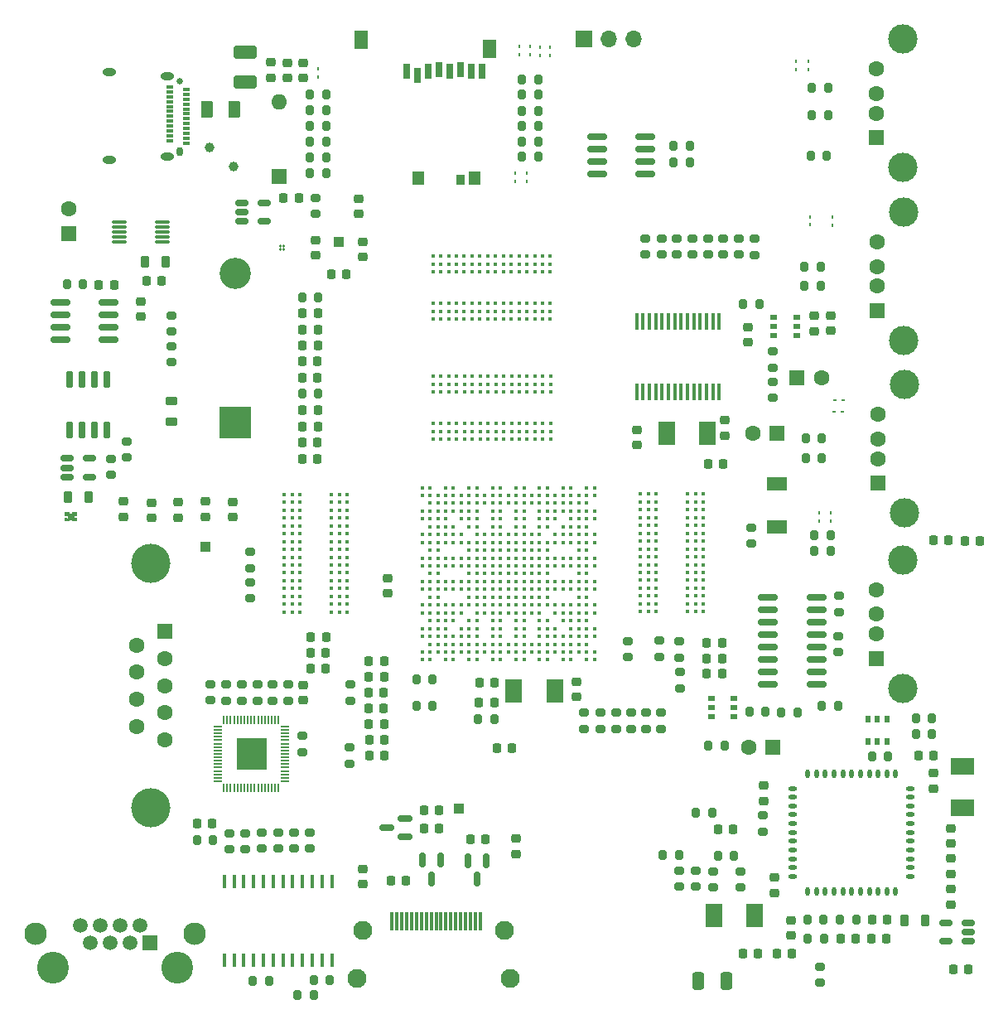
<source format=gts>
%TF.GenerationSoftware,KiCad,Pcbnew,(6.99.0-1585-g9fcc641808)*%
%TF.CreationDate,2022-04-15T11:00:37+08:00*%
%TF.ProjectId,RaspberryPi,52617370-6265-4727-9279-50692e6b6963,rev?*%
%TF.SameCoordinates,Original*%
%TF.FileFunction,Soldermask,Top*%
%TF.FilePolarity,Negative*%
%FSLAX46Y46*%
G04 Gerber Fmt 4.6, Leading zero omitted, Abs format (unit mm)*
G04 Created by KiCad (PCBNEW (6.99.0-1585-g9fcc641808)) date 2022-04-15 11:00:37*
%MOMM*%
%LPD*%
G01*
G04 APERTURE LIST*
G04 Aperture macros list*
%AMRoundRect*
0 Rectangle with rounded corners*
0 $1 Rounding radius*
0 $2 $3 $4 $5 $6 $7 $8 $9 X,Y pos of 4 corners*
0 Add a 4 corners polygon primitive as box body*
4,1,4,$2,$3,$4,$5,$6,$7,$8,$9,$2,$3,0*
0 Add four circle primitives for the rounded corners*
1,1,$1+$1,$2,$3*
1,1,$1+$1,$4,$5*
1,1,$1+$1,$6,$7*
1,1,$1+$1,$8,$9*
0 Add four rect primitives between the rounded corners*
20,1,$1+$1,$2,$3,$4,$5,0*
20,1,$1+$1,$4,$5,$6,$7,0*
20,1,$1+$1,$6,$7,$8,$9,0*
20,1,$1+$1,$8,$9,$2,$3,0*%
G04 Aperture macros list end*
%ADD10C,0.150000*%
%ADD11C,0.010000*%
%ADD12R,1.600000X1.600000*%
%ADD13C,1.600000*%
%ADD14RoundRect,0.200000X0.275000X-0.200000X0.275000X0.200000X-0.275000X0.200000X-0.275000X-0.200000X0*%
%ADD15RoundRect,0.003400X0.416600X0.081600X-0.416600X0.081600X-0.416600X-0.081600X0.416600X-0.081600X0*%
%ADD16RoundRect,0.003400X0.081600X-0.416600X0.081600X0.416600X-0.081600X0.416600X-0.081600X-0.416600X0*%
%ADD17R,3.140000X3.250000*%
%ADD18RoundRect,0.200000X0.200000X0.275000X-0.200000X0.275000X-0.200000X-0.275000X0.200000X-0.275000X0*%
%ADD19R,0.250000X0.360000*%
%ADD20C,0.400000*%
%ADD21RoundRect,0.200000X-0.200000X-0.275000X0.200000X-0.275000X0.200000X0.275000X-0.200000X0.275000X0*%
%ADD22RoundRect,0.225000X-0.225000X-0.250000X0.225000X-0.250000X0.225000X0.250000X-0.225000X0.250000X0*%
%ADD23R,1.800000X2.400000*%
%ADD24RoundRect,0.150000X0.825000X0.150000X-0.825000X0.150000X-0.825000X-0.150000X0.825000X-0.150000X0*%
%ADD25RoundRect,0.150000X-0.825000X-0.150000X0.825000X-0.150000X0.825000X0.150000X-0.825000X0.150000X0*%
%ADD26R,0.700000X0.510000*%
%ADD27R,0.510000X0.700000*%
%ADD28R,0.380000X1.350000*%
%ADD29R,0.450000X1.750000*%
%ADD30R,1.000000X1.000000*%
%ADD31RoundRect,0.200000X-0.275000X0.200000X-0.275000X-0.200000X0.275000X-0.200000X0.275000X0.200000X0*%
%ADD32RoundRect,0.225000X0.250000X-0.225000X0.250000X0.225000X-0.250000X0.225000X-0.250000X-0.225000X0*%
%ADD33RoundRect,0.225000X0.225000X0.250000X-0.225000X0.250000X-0.225000X-0.250000X0.225000X-0.250000X0*%
%ADD34RoundRect,0.225000X-0.250000X0.225000X-0.250000X-0.225000X0.250000X-0.225000X0.250000X0.225000X0*%
%ADD35C,4.000000*%
%ADD36C,3.000000*%
%ADD37R,1.500000X1.600000*%
%ADD38C,3.250000*%
%ADD39R,1.500000X1.500000*%
%ADD40C,1.500000*%
%ADD41C,2.300000*%
%ADD42R,0.800000X1.500000*%
%ADD43R,1.400000X1.900000*%
%ADD44R,1.300000X1.400000*%
%ADD45R,0.950000X1.000000*%
%ADD46R,1.700000X1.700000*%
%ADD47O,1.700000X1.700000*%
%ADD48R,2.100000X1.400000*%
%ADD49R,0.360000X0.250000*%
%ADD50C,1.000000*%
%ADD51RoundRect,0.150000X-0.150000X0.725000X-0.150000X-0.725000X0.150000X-0.725000X0.150000X0.725000X0*%
%ADD52RoundRect,0.250000X0.350000X0.650000X-0.350000X0.650000X-0.350000X-0.650000X0.350000X-0.650000X0*%
%ADD53R,3.200000X3.200000*%
%ADD54O,3.200000X3.200000*%
%ADD55RoundRect,0.150000X-0.512500X-0.150000X0.512500X-0.150000X0.512500X0.150000X-0.512500X0.150000X0*%
%ADD56RoundRect,0.218750X0.218750X0.381250X-0.218750X0.381250X-0.218750X-0.381250X0.218750X-0.381250X0*%
%ADD57O,1.600000X1.600000*%
%ADD58RoundRect,0.150000X-0.150000X0.587500X-0.150000X-0.587500X0.150000X-0.587500X0.150000X0.587500X0*%
%ADD59C,0.650000*%
%ADD60O,0.650000X0.950000*%
%ADD61R,0.700000X0.300000*%
%ADD62O,1.400000X0.800000*%
%ADD63RoundRect,0.075000X-0.650000X-0.075000X0.650000X-0.075000X0.650000X0.075000X-0.650000X0.075000X0*%
%ADD64R,0.300000X1.900000*%
%ADD65C,1.950000*%
%ADD66RoundRect,0.250000X0.925000X-0.412500X0.925000X0.412500X-0.925000X0.412500X-0.925000X-0.412500X0*%
%ADD67RoundRect,0.150000X0.512500X0.150000X-0.512500X0.150000X-0.512500X-0.150000X0.512500X-0.150000X0*%
%ADD68RoundRect,0.250000X-0.375000X-0.625000X0.375000X-0.625000X0.375000X0.625000X-0.375000X0.625000X0*%
%ADD69RoundRect,0.218750X-0.218750X-0.381250X0.218750X-0.381250X0.218750X0.381250X-0.218750X0.381250X0*%
%ADD70RoundRect,0.218750X0.381250X-0.218750X0.381250X0.218750X-0.381250X0.218750X-0.381250X-0.218750X0*%
%ADD71O,0.875000X0.500000*%
%ADD72O,0.500000X0.875000*%
%ADD73RoundRect,0.150000X0.587500X0.150000X-0.587500X0.150000X-0.587500X-0.150000X0.587500X-0.150000X0*%
%ADD74R,2.400000X1.800000*%
G04 APERTURE END LIST*
D10*
%TO.C,U7*%
X108210000Y-72085000D02*
G75*
G03*
X108210000Y-72085000I-75000J0D01*
G01*
X108210000Y-72435000D02*
G75*
G03*
X108210000Y-72435000I-75000J0D01*
G01*
X108560000Y-72085000D02*
G75*
G03*
X108560000Y-72085000I-75000J0D01*
G01*
X108560000Y-72435000D02*
G75*
G03*
X108560000Y-72435000I-75000J0D01*
G01*
%TO.C,U8*%
G36*
X87016072Y-100055000D02*
G01*
X86431800Y-100055000D01*
X86431800Y-99470728D01*
X87016072Y-99470728D01*
X87016072Y-100055000D01*
G37*
D11*
X87016072Y-100055000D02*
X86431800Y-100055000D01*
X86431800Y-99470728D01*
X87016072Y-99470728D01*
X87016072Y-100055000D01*
G36*
X87381800Y-100245000D02*
G01*
X86856800Y-100245000D01*
X86856800Y-100115000D01*
X87101800Y-99865000D01*
X87381800Y-99865000D01*
X87381800Y-100245000D01*
G37*
G36*
X87381800Y-99665000D02*
G01*
X87101800Y-99665000D01*
X86856800Y-99415000D01*
X86856800Y-99285000D01*
X87381800Y-99285000D01*
X87381800Y-99665000D01*
G37*
G36*
X86586800Y-100115000D02*
G01*
X86586800Y-100245000D01*
X86061800Y-100245000D01*
X86061800Y-99865000D01*
X86341800Y-99865000D01*
X86586800Y-100115000D01*
G37*
G36*
X86586800Y-99415000D02*
G01*
X86341800Y-99665000D01*
X86061800Y-99665000D01*
X86061800Y-99285000D01*
X86586800Y-99285000D01*
X86586800Y-99415000D01*
G37*
%TD*%
D12*
%TO.C,C73*%
X158495112Y-123349999D03*
D13*
X155995113Y-123350000D03*
%TD*%
D14*
%TO.C,R70*%
X158510000Y-87605000D03*
X158510000Y-85955000D03*
%TD*%
%TO.C,R71*%
X158521450Y-82868550D03*
X158521450Y-84518550D03*
%TD*%
D12*
%TO.C,C74*%
X160944887Y-85549999D03*
D13*
X163444888Y-85550000D03*
%TD*%
D12*
%TO.C,C51*%
X158939999Y-91209999D03*
D13*
X156440000Y-91210000D03*
%TD*%
D12*
%TO.C,REF\u002A\u002A*%
X86499999Y-70789999D03*
D13*
X86500000Y-68290000D03*
%TD*%
D15*
%TO.C,U20*%
X108595000Y-126790000D03*
X108595000Y-126440000D03*
X108595000Y-126090000D03*
X108595000Y-125740000D03*
X108595000Y-125390000D03*
X108595000Y-125040000D03*
X108595000Y-124690000D03*
X108595000Y-124340000D03*
X108595000Y-123990000D03*
X108595000Y-123640000D03*
X108595000Y-123290000D03*
X108595000Y-122940000D03*
X108595000Y-122590000D03*
X108595000Y-122240000D03*
X108595000Y-121890000D03*
X108595000Y-121540000D03*
X108595000Y-121190000D03*
X101725000Y-121190000D03*
X101725000Y-121540000D03*
X101725000Y-121890000D03*
X101725000Y-122240000D03*
X101725000Y-122590000D03*
X101725000Y-122940000D03*
X101725000Y-123290000D03*
X101725000Y-123640000D03*
X101725000Y-123990000D03*
X101725000Y-124340000D03*
X101725000Y-124690000D03*
X101725000Y-125040000D03*
X101725000Y-125390000D03*
X101725000Y-125740000D03*
X101725000Y-126090000D03*
X101725000Y-126440000D03*
X101725000Y-126790000D03*
D16*
X102360000Y-127425000D03*
X102710000Y-127425000D03*
X103060000Y-127425000D03*
X103410000Y-127425000D03*
X103760000Y-127425000D03*
X104110000Y-127425000D03*
X104460000Y-127425000D03*
X104810000Y-127425000D03*
X105160000Y-127425000D03*
X105510000Y-127425000D03*
X105860000Y-127425000D03*
X106210000Y-127425000D03*
X106560000Y-127425000D03*
X106910000Y-127425000D03*
X107260000Y-127425000D03*
X107610000Y-127425000D03*
X107960000Y-127425000D03*
X107960000Y-120555000D03*
X107610000Y-120555000D03*
X107260000Y-120555000D03*
X106910000Y-120555000D03*
X106560000Y-120555000D03*
X106210000Y-120555000D03*
X105860000Y-120555000D03*
X105510000Y-120555000D03*
X105160000Y-120555000D03*
X104810000Y-120555000D03*
X104460000Y-120555000D03*
X104110000Y-120555000D03*
X103760000Y-120555000D03*
X103410000Y-120555000D03*
X103060000Y-120555000D03*
X102710000Y-120555000D03*
X102360000Y-120555000D03*
D17*
X105219999Y-124024999D03*
%TD*%
D18*
%TO.C,R60*%
X130025000Y-120455000D03*
X128375000Y-120455000D03*
%TD*%
D19*
%TO.C,D14*%
X162099999Y-53222499D03*
X162099999Y-54062499D03*
%TD*%
D20*
%TO.C,U3*%
X144970000Y-97450000D03*
X145770000Y-97450000D03*
X146570000Y-97450000D03*
X149770000Y-97450000D03*
X150570000Y-97450000D03*
X151370000Y-97450000D03*
X144970000Y-98250000D03*
X145770000Y-98250000D03*
X146570000Y-98250000D03*
X149770000Y-98250000D03*
X150570000Y-98250000D03*
X151370000Y-98250000D03*
X144970000Y-99050000D03*
X145770000Y-99050000D03*
X146570000Y-99050000D03*
X149770000Y-99050000D03*
X150570000Y-99050000D03*
X151370000Y-99050000D03*
X144970000Y-99850000D03*
X145770000Y-99850000D03*
X146570000Y-99850000D03*
X149770000Y-99850000D03*
X150570000Y-99850000D03*
X151370000Y-99850000D03*
X144970000Y-100650000D03*
X145770000Y-100650000D03*
X146570000Y-100650000D03*
X149770000Y-100650000D03*
X150570000Y-100650000D03*
X151370000Y-100650000D03*
X144970000Y-101450000D03*
X145770000Y-101450000D03*
X146570000Y-101450000D03*
X149770000Y-101450000D03*
X150570000Y-101450000D03*
X151370000Y-101450000D03*
X144970000Y-102250000D03*
X145770000Y-102250000D03*
X146570000Y-102250000D03*
X149770000Y-102250000D03*
X150570000Y-102250000D03*
X151370000Y-102250000D03*
X144970000Y-103050000D03*
X145770000Y-103050000D03*
X146570000Y-103050000D03*
X149770000Y-103050000D03*
X150570000Y-103050000D03*
X151370000Y-103050000D03*
X144970000Y-103850000D03*
X145770000Y-103850000D03*
X146570000Y-103850000D03*
X149770000Y-103850000D03*
X150570000Y-103850000D03*
X151370000Y-103850000D03*
X144970000Y-104650000D03*
X145770000Y-104650000D03*
X146570000Y-104650000D03*
X149770000Y-104650000D03*
X150570000Y-104650000D03*
X151370000Y-104650000D03*
X144970000Y-105450000D03*
X145770000Y-105450000D03*
X146570000Y-105450000D03*
X149770000Y-105450000D03*
X150570000Y-105450000D03*
X151370000Y-105450000D03*
X144970000Y-106250000D03*
X145770000Y-106250000D03*
X146570000Y-106250000D03*
X149770000Y-106250000D03*
X150570000Y-106250000D03*
X151370000Y-106250000D03*
X144970000Y-107050000D03*
X145770000Y-107050000D03*
X146570000Y-107050000D03*
X149770000Y-107050000D03*
X150570000Y-107050000D03*
X151370000Y-107050000D03*
X144970000Y-107850000D03*
X145770000Y-107850000D03*
X146570000Y-107850000D03*
X149770000Y-107850000D03*
X150570000Y-107850000D03*
X151370000Y-107850000D03*
X144970000Y-108650000D03*
X145770000Y-108650000D03*
X146570000Y-108650000D03*
X149770000Y-108650000D03*
X150570000Y-108650000D03*
X151370000Y-108650000D03*
X144970000Y-109450000D03*
X145770000Y-109450000D03*
X146570000Y-109450000D03*
X149770000Y-109450000D03*
X150570000Y-109450000D03*
X151370000Y-109450000D03*
%TD*%
D21*
%TO.C,R9*%
X111175000Y-56640000D03*
X112825000Y-56640000D03*
%TD*%
%TO.C,R8*%
X111175000Y-58230000D03*
X112825000Y-58230000D03*
%TD*%
%TO.C,R7*%
X111175000Y-59820000D03*
X112825000Y-59820000D03*
%TD*%
%TO.C,R4*%
X111175000Y-63020000D03*
X112825000Y-63020000D03*
%TD*%
%TO.C,R3*%
X111175000Y-64620000D03*
X112825000Y-64620000D03*
%TD*%
%TO.C,R5*%
X111185000Y-61430000D03*
X112835000Y-61430000D03*
%TD*%
D18*
%TO.C,R57*%
X132855000Y-56640000D03*
X134505000Y-56640000D03*
%TD*%
D14*
%TO.C,R13*%
X157490000Y-131925000D03*
X157490000Y-130275000D03*
%TD*%
%TO.C,R15*%
X150620000Y-137575000D03*
X150620000Y-135925000D03*
%TD*%
%TO.C,R16*%
X148900000Y-137575000D03*
X148900000Y-135925000D03*
%TD*%
D18*
%TO.C,R18*%
X152270000Y-129980000D03*
X150620000Y-129980000D03*
%TD*%
%TO.C,R17*%
X148895000Y-134330000D03*
X147245000Y-134330000D03*
%TD*%
D22*
%TO.C,C21*%
X110425000Y-80610000D03*
X111975000Y-80610000D03*
%TD*%
D23*
%TO.C,Y3*%
X151799999Y-91247499D03*
X147599999Y-91247499D03*
%TD*%
D24*
%TO.C,U31*%
X162945000Y-116915000D03*
X162945000Y-115645000D03*
X162945000Y-114375000D03*
X162945000Y-113105000D03*
X162945000Y-111835000D03*
X162945000Y-110565000D03*
X162945000Y-109295000D03*
X162945000Y-108025000D03*
X157995000Y-108025000D03*
X157995000Y-109295000D03*
X157995000Y-110565000D03*
X157995000Y-111835000D03*
X157995000Y-113105000D03*
X157995000Y-114375000D03*
X157995000Y-115645000D03*
X157995000Y-116915000D03*
%TD*%
D25*
%TO.C,U30*%
X145440000Y-60920000D03*
X145440000Y-62190000D03*
X145440000Y-63460000D03*
X145440000Y-64730000D03*
X140490000Y-64730000D03*
X140490000Y-63460000D03*
X140490000Y-62190000D03*
X140490000Y-60920000D03*
%TD*%
D26*
%TO.C,U28*%
X160899999Y-79379999D03*
X160899999Y-80329999D03*
X160899999Y-81279999D03*
X158579999Y-81279999D03*
X158579999Y-80329999D03*
X158579999Y-79379999D03*
%TD*%
D27*
%TO.C,U27*%
X168229999Y-120419999D03*
X169179999Y-120419999D03*
X170129999Y-120419999D03*
X170129999Y-122739999D03*
X169179999Y-122739999D03*
X168229999Y-122739999D03*
%TD*%
D28*
%TO.C,U25*%
X113409999Y-145039999D03*
X112409999Y-145039999D03*
X111409999Y-145039999D03*
X110409999Y-145039999D03*
X109409999Y-145039999D03*
X108409999Y-145039999D03*
X107409999Y-145039999D03*
X106409999Y-145039999D03*
X105409999Y-145039999D03*
X104409999Y-145039999D03*
X103409999Y-145039999D03*
X102409999Y-145039999D03*
X102409999Y-137039999D03*
X103409999Y-137039999D03*
X104409999Y-137039999D03*
X105409999Y-137039999D03*
X106409999Y-137039999D03*
X107409999Y-137039999D03*
X108409999Y-137039999D03*
X109409999Y-137039999D03*
X110409999Y-137039999D03*
X111409999Y-137039999D03*
X112409999Y-137039999D03*
X113409999Y-137039999D03*
%TD*%
D29*
%TO.C,U21*%
X144554999Y-79809999D03*
X145204999Y-79809999D03*
X145854999Y-79809999D03*
X146504999Y-79809999D03*
X147154999Y-79809999D03*
X147804999Y-79809999D03*
X148454999Y-79809999D03*
X149104999Y-79809999D03*
X149754999Y-79809999D03*
X150404999Y-79809999D03*
X151054999Y-79809999D03*
X151704999Y-79809999D03*
X152354999Y-79809999D03*
X153004999Y-79809999D03*
X153004999Y-87009999D03*
X152354999Y-87009999D03*
X151704999Y-87009999D03*
X151054999Y-87009999D03*
X150404999Y-87009999D03*
X149754999Y-87009999D03*
X149104999Y-87009999D03*
X148454999Y-87009999D03*
X147804999Y-87009999D03*
X147154999Y-87009999D03*
X146504999Y-87009999D03*
X145854999Y-87009999D03*
X145204999Y-87009999D03*
X144554999Y-87009999D03*
%TD*%
D30*
%TO.C,TP5*%
X126389999Y-129579999D03*
%TD*%
%TO.C,TP4*%
X114079999Y-71659999D03*
%TD*%
%TO.C,TP2*%
X100499999Y-102869999D03*
%TD*%
D14*
%TO.C,R103*%
X145480000Y-72965000D03*
X145480000Y-71315000D03*
%TD*%
D18*
%TO.C,R102*%
X149995001Y-63559995D03*
X148345000Y-63560000D03*
%TD*%
%TO.C,R101*%
X149999000Y-61880000D03*
X148349000Y-61880000D03*
%TD*%
%TO.C,R100*%
X164375000Y-103250000D03*
X162725000Y-103250000D03*
%TD*%
%TO.C,R99*%
X164115000Y-58720000D03*
X162465000Y-58720000D03*
%TD*%
%TO.C,R98*%
X164385000Y-101660000D03*
X162735000Y-101660000D03*
%TD*%
%TO.C,R97*%
X163385000Y-76170000D03*
X161735000Y-76170000D03*
%TD*%
%TO.C,R96*%
X164115000Y-55950000D03*
X162465000Y-55950000D03*
%TD*%
%TO.C,R95*%
X163375000Y-74170000D03*
X161725000Y-74170000D03*
%TD*%
D21*
%TO.C,R87*%
X155450000Y-77980000D03*
X157100000Y-77980000D03*
%TD*%
%TO.C,R86*%
X168625000Y-124290000D03*
X170275000Y-124290000D03*
%TD*%
D18*
%TO.C,R85*%
X123695000Y-119070000D03*
X122045000Y-119070000D03*
%TD*%
D31*
%TO.C,R84*%
X140890000Y-119775000D03*
X140890000Y-121425000D03*
%TD*%
%TO.C,R83*%
X142440000Y-119790000D03*
X142440000Y-121440000D03*
%TD*%
%TO.C,R82*%
X143970000Y-119790000D03*
X143970000Y-121440000D03*
%TD*%
%TO.C,R81*%
X145540000Y-119780000D03*
X145540000Y-121430000D03*
%TD*%
%TO.C,R80*%
X147080000Y-119780000D03*
X147080000Y-121430000D03*
%TD*%
D14*
%TO.C,R78*%
X115260000Y-118565000D03*
X115260000Y-116915000D03*
%TD*%
D18*
%TO.C,R68*%
X101245000Y-132820000D03*
X99595000Y-132820000D03*
%TD*%
%TO.C,R67*%
X105315000Y-147160000D03*
X106965000Y-147160000D03*
%TD*%
%TO.C,R66*%
X111535000Y-148630000D03*
X109885000Y-148630000D03*
%TD*%
D21*
%TO.C,R65*%
X111545000Y-147090000D03*
X113195000Y-147090000D03*
%TD*%
D22*
%TO.C,R64*%
X122835000Y-129780000D03*
X124385000Y-129780000D03*
%TD*%
D32*
%TO.C,R63*%
X132270000Y-134215000D03*
X132270000Y-132665000D03*
%TD*%
D22*
%TO.C,R62*%
X127545000Y-132730000D03*
X129095000Y-132730000D03*
%TD*%
D18*
%TO.C,R61*%
X153555000Y-123160000D03*
X151905000Y-123160000D03*
%TD*%
%TO.C,R59*%
X134505000Y-59860000D03*
X132855000Y-59860000D03*
%TD*%
%TO.C,R58*%
X134495000Y-58260000D03*
X132845000Y-58260000D03*
%TD*%
%TO.C,R56*%
X134515000Y-62990000D03*
X132865000Y-62990000D03*
%TD*%
%TO.C,R55*%
X134515000Y-55060000D03*
X132865000Y-55060000D03*
%TD*%
%TO.C,R54*%
X163485000Y-93740000D03*
X161835000Y-93740000D03*
%TD*%
%TO.C,R53*%
X163495000Y-91750000D03*
X161845000Y-91750000D03*
%TD*%
%TO.C,R52*%
X132865000Y-61430000D03*
X134515000Y-61430000D03*
%TD*%
D31*
%TO.C,R51*%
X148950000Y-112485000D03*
X148950000Y-114135000D03*
%TD*%
%TO.C,R50*%
X148960000Y-115625000D03*
X148960002Y-117275000D03*
%TD*%
D14*
%TO.C,R49*%
X110430003Y-122165002D03*
X110430000Y-123815000D03*
%TD*%
%TO.C,R48*%
X108940000Y-118545000D03*
X108940000Y-116895000D03*
%TD*%
%TO.C,R47*%
X107370000Y-118545000D03*
X107370000Y-116895000D03*
%TD*%
%TO.C,R46*%
X105790000Y-118545000D03*
X105790000Y-116895000D03*
%TD*%
%TO.C,R45*%
X104200000Y-118555000D03*
X104200000Y-116905000D03*
%TD*%
%TO.C,R44*%
X102590000Y-118555000D03*
X102590000Y-116905000D03*
%TD*%
%TO.C,R43*%
X100980000Y-118525000D03*
X100980000Y-116875000D03*
%TD*%
%TO.C,R42*%
X147100000Y-72965000D03*
X147100000Y-71315000D03*
%TD*%
%TO.C,R41*%
X148680000Y-72965000D03*
X148680000Y-71315000D03*
%TD*%
%TO.C,R40*%
X150270000Y-72955000D03*
X150270000Y-71305000D03*
%TD*%
%TO.C,R39*%
X151840000Y-71315000D03*
X151840000Y-72965000D03*
%TD*%
D31*
%TO.C,R38*%
X153420000Y-71315000D03*
X153420000Y-72965000D03*
%TD*%
%TO.C,R37*%
X155000000Y-71315000D03*
X155000000Y-72965000D03*
%TD*%
%TO.C,R36*%
X111720000Y-67165000D03*
X111720000Y-68815000D03*
%TD*%
D14*
%TO.C,R35*%
X104570000Y-133735000D03*
X104570000Y-132085000D03*
%TD*%
D31*
%TO.C,R34*%
X156590000Y-71345000D03*
X156590000Y-72995000D03*
%TD*%
D14*
%TO.C,R33*%
X111130000Y-133665000D03*
X111130000Y-132015000D03*
%TD*%
%TO.C,R32*%
X109520000Y-133665000D03*
X109520000Y-132015000D03*
%TD*%
%TO.C,R31*%
X107910000Y-133665000D03*
X107910000Y-132015000D03*
%TD*%
%TO.C,R30*%
X102950000Y-133745000D03*
X102950010Y-132095011D03*
%TD*%
%TO.C,R29*%
X106260000Y-133665000D03*
X106260000Y-132015000D03*
%TD*%
D31*
%TO.C,R28*%
X139140000Y-119785000D03*
X139140000Y-121435000D03*
%TD*%
D14*
%TO.C,R27*%
X105060000Y-103375000D03*
X105060000Y-105025000D03*
%TD*%
%TO.C,R26*%
X105060000Y-108105000D03*
X105060000Y-106455000D03*
%TD*%
D22*
%TO.C,R23*%
X153295000Y-114220000D03*
X151745000Y-114220000D03*
%TD*%
D33*
%TO.C,R22*%
X153290000Y-112640000D03*
X151740000Y-112640000D03*
%TD*%
D34*
%TO.C,R14*%
X119130000Y-106055000D03*
X119130000Y-107605000D03*
%TD*%
D14*
%TO.C,R11*%
X146910000Y-112415000D03*
X146909993Y-114064999D03*
%TD*%
D18*
%TO.C,R10*%
X123705000Y-116380000D03*
X122055000Y-116380000D03*
%TD*%
D13*
%TO.C,J9*%
X93460300Y-121175000D03*
X93460300Y-118405000D03*
X93460300Y-115635000D03*
X93460300Y-112865000D03*
X96300300Y-122560000D03*
X96300300Y-119790000D03*
X96300300Y-117020000D03*
X96300300Y-114250000D03*
D12*
X96300299Y-111479999D03*
D35*
X94880300Y-104520000D03*
X94880300Y-129520000D03*
%TD*%
D36*
%TO.C,J7*%
X171770000Y-117290000D03*
X171770000Y-104150000D03*
D13*
X169060000Y-107220000D03*
X169060000Y-109720000D03*
X169060000Y-111720000D03*
D37*
X169059999Y-114219999D03*
%TD*%
%TO.C,J6*%
X169099999Y-61009999D03*
D13*
X169100000Y-58510000D03*
X169100000Y-56510000D03*
X169100000Y-54010000D03*
D36*
X171810000Y-50940000D03*
X171810000Y-64080000D03*
%TD*%
D37*
%TO.C,J5*%
X169119999Y-78699999D03*
D13*
X169120000Y-76200000D03*
X169120000Y-74200000D03*
X169120000Y-71700000D03*
D36*
X171830000Y-68630000D03*
X171830000Y-81770000D03*
%TD*%
D38*
%TO.C,J4*%
X84870000Y-145815000D03*
X97570000Y-145815000D03*
D39*
X94779999Y-143274999D03*
D40*
X93764000Y-141495000D03*
X92748000Y-143275000D03*
X91732000Y-141495000D03*
X90716000Y-143275000D03*
X89700000Y-141495000D03*
X88684000Y-143275000D03*
X87668000Y-141495000D03*
D41*
X83090000Y-142385000D03*
X99350000Y-142385000D03*
%TD*%
D42*
%TO.C,J3*%
X121074999Y-54269999D03*
X122174999Y-54669999D03*
X123274999Y-54269999D03*
X124374999Y-54069999D03*
X125474999Y-54269999D03*
X126574999Y-54069999D03*
X127674999Y-54269999D03*
D43*
X116414999Y-50979999D03*
D44*
X122264999Y-65129999D03*
D45*
X126574999Y-65329999D03*
D44*
X127964999Y-65129999D03*
D43*
X129564999Y-51979999D03*
D42*
X128774999Y-54269999D03*
%TD*%
D36*
%TO.C,J2*%
X171940000Y-99390000D03*
X171940000Y-86250000D03*
D13*
X169230000Y-89320000D03*
X169230000Y-91820000D03*
X169230000Y-93820000D03*
D37*
X169229999Y-96319999D03*
%TD*%
D46*
%TO.C,J1*%
X139134999Y-50914999D03*
D47*
X141674999Y-50914999D03*
X144214999Y-50914999D03*
%TD*%
D19*
%TO.C,D18*%
X163229999Y-99342499D03*
X163229999Y-100182499D03*
%TD*%
%TO.C,D17*%
X160809999Y-53219999D03*
X160809999Y-54059999D03*
%TD*%
%TO.C,D16*%
X162319999Y-69089999D03*
X162319999Y-69929999D03*
%TD*%
%TO.C,D15*%
X164369999Y-99322499D03*
X164369999Y-100162499D03*
%TD*%
%TO.C,D13*%
X164549999Y-69169999D03*
X164549999Y-70009999D03*
%TD*%
D48*
%TO.C,D12*%
X158899999Y-100829999D03*
X158899999Y-96429999D03*
%TD*%
D19*
%TO.C,D11*%
X132109999Y-65477499D03*
X132109999Y-64637499D03*
%TD*%
%TO.C,D10*%
X133659999Y-51729999D03*
X133659999Y-52569999D03*
%TD*%
%TO.C,D9*%
X135699999Y-51759999D03*
X135699999Y-52599999D03*
%TD*%
%TO.C,D8*%
X134679999Y-51742499D03*
X134679999Y-52582499D03*
%TD*%
D49*
%TO.C,D7*%
X165639999Y-87829999D03*
X164799999Y-87829999D03*
%TD*%
D19*
%TO.C,D6*%
X132529999Y-51722499D03*
X132529999Y-52562499D03*
%TD*%
D49*
%TO.C,D5*%
X165619999Y-89039999D03*
X164779999Y-89039999D03*
%TD*%
D19*
%TO.C,D4*%
X133319999Y-65489999D03*
X133319999Y-64649999D03*
%TD*%
%TO.C,D3*%
X112029999Y-54802499D03*
X112029999Y-53962499D03*
%TD*%
D14*
%TO.C,C85*%
X165260000Y-109505000D03*
X165260000Y-107855000D03*
%TD*%
D18*
%TO.C,C84*%
X161005000Y-119740000D03*
X159355000Y-119740000D03*
%TD*%
D14*
%TO.C,C83*%
X165200000Y-113605000D03*
X165200000Y-111955000D03*
%TD*%
D18*
%TO.C,C81*%
X165155000Y-119080000D03*
X163505000Y-119080000D03*
%TD*%
D32*
%TO.C,C72*%
X162710000Y-80775000D03*
X162710000Y-79225000D03*
%TD*%
D18*
%TO.C,C71*%
X174755000Y-120380000D03*
X173105000Y-120380000D03*
%TD*%
D32*
%TO.C,C70*%
X164410000Y-80765000D03*
X164410000Y-79215000D03*
%TD*%
D21*
%TO.C,C69*%
X162360000Y-62880000D03*
X164010000Y-62880000D03*
%TD*%
D14*
%TO.C,C67*%
X115200000Y-124975000D03*
X115200000Y-123325000D03*
%TD*%
D34*
%TO.C,C64*%
X155930000Y-80365000D03*
X155930000Y-81915000D03*
%TD*%
D18*
%TO.C,C63*%
X174770000Y-122000000D03*
X173120000Y-122000000D03*
%TD*%
D22*
%TO.C,C62*%
X110385000Y-92170000D03*
X111935000Y-92170000D03*
%TD*%
D21*
%TO.C,C61*%
X110365000Y-87200000D03*
X112015000Y-87200000D03*
%TD*%
D22*
%TO.C,C60*%
X99645000Y-131100000D03*
X101195000Y-131100000D03*
%TD*%
D14*
%TO.C,C59*%
X156320000Y-102525000D03*
X156320000Y-100875000D03*
%TD*%
D22*
%TO.C,C58*%
X153395000Y-94340000D03*
X151845000Y-94340000D03*
%TD*%
D34*
%TO.C,C57*%
X144610000Y-90875000D03*
X144610000Y-92425000D03*
%TD*%
D22*
%TO.C,C56*%
X178095000Y-102200000D03*
X179645000Y-102200000D03*
%TD*%
D33*
%TO.C,C55*%
X178475000Y-146030000D03*
X176925000Y-146030000D03*
%TD*%
D18*
%TO.C,C54*%
X157735000Y-119700000D03*
X156085000Y-119700000D03*
%TD*%
D22*
%TO.C,C53*%
X174895000Y-102160000D03*
X176445000Y-102160000D03*
%TD*%
D21*
%TO.C,C52*%
X110375000Y-77360000D03*
X112025000Y-77360000D03*
%TD*%
D14*
%TO.C,C50*%
X143630000Y-114095000D03*
X143630000Y-112445000D03*
%TD*%
D22*
%TO.C,C49*%
X117175000Y-119340000D03*
X118725000Y-119340000D03*
%TD*%
%TO.C,C48*%
X117230000Y-124130000D03*
X118780000Y-124130000D03*
%TD*%
D32*
%TO.C,C46*%
X153550000Y-91445000D03*
X153550000Y-89895000D03*
%TD*%
D22*
%TO.C,C45*%
X110415000Y-90540000D03*
X111965000Y-90540000D03*
%TD*%
%TO.C,C44*%
X110401000Y-85570000D03*
X111951000Y-85570000D03*
%TD*%
%TO.C,C43*%
X110425000Y-82230000D03*
X111975000Y-82230000D03*
%TD*%
%TO.C,C42*%
X110415000Y-88860000D03*
X111965000Y-88860000D03*
%TD*%
%TO.C,C41*%
X117195000Y-120950000D03*
X118745000Y-120950000D03*
%TD*%
D32*
%TO.C,C39*%
X110500000Y-118525000D03*
X110500000Y-116975000D03*
%TD*%
D34*
%TO.C,C38*%
X100520000Y-98205000D03*
X100520000Y-99755000D03*
%TD*%
D22*
%TO.C,C37*%
X111265000Y-112020000D03*
X112815000Y-112020000D03*
%TD*%
%TO.C,C36*%
X117180000Y-116110000D03*
X118730000Y-116110000D03*
%TD*%
%TO.C,C35*%
X110405000Y-83900000D03*
X111955000Y-83900000D03*
%TD*%
D34*
%TO.C,C34*%
X97710000Y-98275000D03*
X97710000Y-99825000D03*
%TD*%
%TO.C,C33*%
X138410000Y-116615000D03*
X138410000Y-118165000D03*
%TD*%
D22*
%TO.C,C31*%
X111245000Y-115270000D03*
X112795000Y-115270000D03*
%TD*%
%TO.C,C30*%
X117185000Y-114520000D03*
X118735000Y-114520000D03*
%TD*%
%TO.C,C29*%
X110425000Y-78980000D03*
X111975000Y-78980000D03*
%TD*%
%TO.C,C28*%
X111245000Y-113660000D03*
X112795000Y-113660000D03*
%TD*%
%TO.C,C26*%
X117165000Y-117720000D03*
X118715000Y-117720000D03*
%TD*%
%TO.C,C25*%
X153295000Y-115800000D03*
X151745000Y-115800000D03*
%TD*%
%TO.C,C19*%
X173365000Y-124180000D03*
X174915000Y-124180000D03*
%TD*%
%TO.C,C18*%
X113315000Y-74970000D03*
X114865000Y-74970000D03*
%TD*%
D32*
%TO.C,C17*%
X116550000Y-73185000D03*
X116550000Y-71635000D03*
%TD*%
%TO.C,C16*%
X111710000Y-73035000D03*
X111710000Y-71485000D03*
%TD*%
D34*
%TO.C,C14*%
X94940000Y-98305000D03*
X94940000Y-99855000D03*
%TD*%
%TO.C,C13*%
X92130000Y-98195000D03*
X92130000Y-99745000D03*
%TD*%
D22*
%TO.C,C12*%
X117220000Y-122530000D03*
X118770000Y-122530000D03*
%TD*%
D33*
%TO.C,C8*%
X130025000Y-116750000D03*
X128475000Y-116750000D03*
%TD*%
D34*
%TO.C,C6*%
X103300000Y-98235000D03*
X103300000Y-99785000D03*
%TD*%
D33*
%TO.C,C5*%
X110025000Y-67220000D03*
X108475000Y-67220000D03*
%TD*%
D22*
%TO.C,C4*%
X110375000Y-93860000D03*
X111925000Y-93860000D03*
%TD*%
D34*
%TO.C,C1*%
X116130000Y-67275000D03*
X116130000Y-68825000D03*
%TD*%
D32*
%TO.C,C40*%
X176725100Y-139386200D03*
X176725100Y-137836200D03*
%TD*%
D50*
%TO.C,TP3*%
X103345000Y-63925000D03*
%TD*%
D51*
%TO.C,Q1*%
X90370000Y-85730000D03*
X89100000Y-85730000D03*
X87830000Y-85730000D03*
X86560000Y-85730000D03*
X86560000Y-90880000D03*
X87830000Y-90880000D03*
X89100000Y-90880000D03*
X90370000Y-90880000D03*
%TD*%
D52*
%TO.C,AE1*%
X153720000Y-147180000D03*
X150820000Y-147180000D03*
%TD*%
D32*
%TO.C,C68*%
X158630000Y-138180000D03*
X158630000Y-136630000D03*
%TD*%
D23*
%TO.C,Y4*%
X152429999Y-140547499D03*
X156629999Y-140547499D03*
%TD*%
D32*
%TO.C,C15*%
X93905000Y-79290000D03*
X93905000Y-77740000D03*
%TD*%
D33*
%TO.C,R69*%
X124345000Y-131650000D03*
X122795000Y-131650000D03*
%TD*%
%TO.C,R72*%
X120975000Y-136990000D03*
X119425000Y-136990000D03*
%TD*%
D53*
%TO.C,D2*%
X103554999Y-90154999D03*
D54*
X103554999Y-74914999D03*
%TD*%
D32*
%TO.C,C79*%
X160300000Y-142560000D03*
X160300000Y-141010000D03*
%TD*%
D31*
%TO.C,R91*%
X152410000Y-135980000D03*
X152410000Y-137630000D03*
%TD*%
D55*
%TO.C,U9*%
X86347500Y-93795000D03*
X86347500Y-94745000D03*
X86347500Y-95695000D03*
X88622500Y-95695000D03*
X88622500Y-93795000D03*
%TD*%
D20*
%TO.C,U4*%
X108568400Y-97490300D03*
X109368400Y-97490300D03*
X110168400Y-97490300D03*
X113368400Y-97490300D03*
X114168400Y-97490300D03*
X114968400Y-97490300D03*
X108568400Y-98290300D03*
X109368400Y-98290300D03*
X110168400Y-98290300D03*
X113368400Y-98290300D03*
X114168400Y-98290300D03*
X114968400Y-98290300D03*
X108568400Y-99090300D03*
X109368400Y-99090300D03*
X110168400Y-99090300D03*
X113368400Y-99090300D03*
X114168400Y-99090300D03*
X114968400Y-99090300D03*
X108568400Y-99890300D03*
X109368400Y-99890300D03*
X110168400Y-99890300D03*
X113368400Y-99890300D03*
X114168400Y-99890300D03*
X114968400Y-99890300D03*
X108568400Y-100690300D03*
X109368400Y-100690300D03*
X110168400Y-100690300D03*
X113368400Y-100690300D03*
X114168400Y-100690300D03*
X114968400Y-100690300D03*
X108568400Y-101490300D03*
X109368400Y-101490300D03*
X110168400Y-101490300D03*
X113368400Y-101490300D03*
X114168400Y-101490300D03*
X114968400Y-101490300D03*
X108568400Y-102290300D03*
X109368400Y-102290300D03*
X110168400Y-102290300D03*
X113368400Y-102290300D03*
X114168400Y-102290300D03*
X114968400Y-102290300D03*
X108568400Y-103090300D03*
X109368400Y-103090300D03*
X110168400Y-103090300D03*
X113368400Y-103090300D03*
X114168400Y-103090300D03*
X114968400Y-103090300D03*
X108568400Y-103890300D03*
X109368400Y-103890300D03*
X110168400Y-103890300D03*
X113368400Y-103890300D03*
X114168400Y-103890300D03*
X114968400Y-103890300D03*
X108568400Y-104690300D03*
X109368400Y-104690300D03*
X110168400Y-104690300D03*
X113368400Y-104690300D03*
X114168400Y-104690300D03*
X114968400Y-104690300D03*
X108568400Y-105490300D03*
X109368400Y-105490300D03*
X110168400Y-105490300D03*
X113368400Y-105490300D03*
X114168400Y-105490300D03*
X114968400Y-105490300D03*
X108568400Y-106290300D03*
X109368400Y-106290300D03*
X110168400Y-106290300D03*
X113368400Y-106290300D03*
X114168400Y-106290300D03*
X114968400Y-106290300D03*
X108568400Y-107090300D03*
X109368400Y-107090300D03*
X110168400Y-107090300D03*
X113368400Y-107090300D03*
X114168400Y-107090300D03*
X114968400Y-107090300D03*
X108568400Y-107890300D03*
X109368400Y-107890300D03*
X110168400Y-107890300D03*
X113368400Y-107890300D03*
X114168400Y-107890300D03*
X114968400Y-107890300D03*
X108568400Y-108690300D03*
X109368400Y-108690300D03*
X110168400Y-108690300D03*
X113368400Y-108690300D03*
X114168400Y-108690300D03*
X114968400Y-108690300D03*
X108568400Y-109490300D03*
X109368400Y-109490300D03*
X110168400Y-109490300D03*
X113368400Y-109490300D03*
X114168400Y-109490300D03*
X114968400Y-109490300D03*
%TD*%
D56*
%TO.C,L1*%
X88537500Y-97745000D03*
X86412500Y-97745000D03*
%TD*%
D12*
%TO.C,D1*%
X108004999Y-65014999D03*
D57*
X108004999Y-57394999D03*
%TD*%
D58*
%TO.C,Q3*%
X129220000Y-134912500D03*
X127320000Y-134912500D03*
X128270000Y-136787500D03*
%TD*%
D59*
%TO.C,P1*%
X97865000Y-55235000D03*
D60*
X97864999Y-62434999D03*
D61*
X98524999Y-56084999D03*
X98524999Y-56584999D03*
X98524999Y-57084999D03*
X98524999Y-57584999D03*
X98524999Y-58084999D03*
X98524999Y-58584999D03*
X98524999Y-59084999D03*
X98524999Y-59584999D03*
X98524999Y-60084999D03*
X98524999Y-60584999D03*
X98524999Y-61084999D03*
X98524999Y-61584999D03*
X96824999Y-61334999D03*
X96824999Y-60834999D03*
X96824999Y-60334999D03*
X96824999Y-59834999D03*
X96824999Y-59334999D03*
X96824999Y-58834999D03*
X96824999Y-58334999D03*
X96824999Y-57834999D03*
X96824999Y-57334999D03*
X96824999Y-56834999D03*
X96824999Y-56334999D03*
X96824999Y-55834999D03*
D62*
X90664999Y-54344999D03*
X96614999Y-54704999D03*
X96614999Y-62964999D03*
X90664999Y-63324999D03*
%TD*%
D63*
%TO.C,U12*%
X91675000Y-69645000D03*
X91675000Y-70145000D03*
X91675000Y-70645000D03*
X91675000Y-71145000D03*
X91675000Y-71645000D03*
X96075000Y-71645000D03*
X96075000Y-71145000D03*
X96075000Y-70645000D03*
X96075000Y-70145000D03*
X96075000Y-69645000D03*
%TD*%
D34*
%TO.C,R20*%
X176710000Y-134690000D03*
X176710000Y-136240000D03*
%TD*%
D64*
%TO.C,J8*%
X128569999Y-141059499D03*
X128069999Y-141059499D03*
X127569999Y-141059499D03*
X127069999Y-141059499D03*
X126569999Y-141059499D03*
X126069999Y-141059499D03*
X125569999Y-141059499D03*
X125069999Y-141059499D03*
X124569999Y-141059499D03*
X124069999Y-141059499D03*
X123569999Y-141059499D03*
X123069999Y-141059499D03*
X122569999Y-141059499D03*
X122069999Y-141059499D03*
X121569999Y-141059499D03*
X121069999Y-141059499D03*
X120569999Y-141059499D03*
X120069999Y-141059499D03*
X119569999Y-141059499D03*
D65*
X131070000Y-142059500D03*
X116570000Y-142059500D03*
X115970000Y-146959500D03*
X131670000Y-146959500D03*
%TD*%
D34*
%TO.C,R12*%
X116550000Y-135775000D03*
X116550000Y-137325000D03*
%TD*%
D21*
%TO.C,R89*%
X162040100Y-142901200D03*
X163690100Y-142901200D03*
%TD*%
D66*
%TO.C,C10*%
X104575000Y-55360000D03*
X104575000Y-52285000D03*
%TD*%
D33*
%TO.C,C78*%
X156955000Y-144375000D03*
X155405000Y-144375000D03*
%TD*%
D34*
%TO.C,C7*%
X107195000Y-53320000D03*
X107195000Y-54870000D03*
%TD*%
%TO.C,C66*%
X157510000Y-127255000D03*
X157510000Y-128805000D03*
%TD*%
D22*
%TO.C,C47*%
X128465000Y-118740000D03*
X130015000Y-118740000D03*
%TD*%
D20*
%TO.C,U2*%
X123738400Y-79550300D03*
X123738400Y-78750300D03*
X123738400Y-77950300D03*
X123738400Y-74750300D03*
X123738400Y-73950300D03*
X123738400Y-73150300D03*
X124538400Y-79550300D03*
X124538400Y-78750300D03*
X124538400Y-77950300D03*
X124538400Y-74750300D03*
X124538400Y-73950300D03*
X124538400Y-73150300D03*
X125338400Y-79550300D03*
X125338400Y-78750300D03*
X125338400Y-77950300D03*
X125338400Y-74750300D03*
X125338400Y-73950300D03*
X125338400Y-73150300D03*
X126138400Y-79550300D03*
X126138400Y-78750300D03*
X126138400Y-77950300D03*
X126138400Y-74750300D03*
X126138400Y-73950300D03*
X126138400Y-73150300D03*
X126938400Y-79550300D03*
X126938400Y-78750300D03*
X126938400Y-77950300D03*
X126938400Y-74750300D03*
X126938400Y-73950300D03*
X126938400Y-73150300D03*
X127738400Y-79550300D03*
X127738400Y-78750300D03*
X127738400Y-77950300D03*
X127738400Y-74750300D03*
X127738400Y-73950300D03*
X127738400Y-73150300D03*
X128538400Y-79550300D03*
X128538400Y-78750300D03*
X128538400Y-77950300D03*
X128538400Y-74750300D03*
X128538400Y-73950300D03*
X128538400Y-73150300D03*
X129338400Y-79550300D03*
X129338400Y-78750300D03*
X129338400Y-77950300D03*
X129338400Y-74750300D03*
X129338400Y-73950300D03*
X129338400Y-73150300D03*
X130138400Y-79550300D03*
X130138400Y-78750300D03*
X130138400Y-77950300D03*
X130138400Y-74750300D03*
X130138400Y-73950300D03*
X130138400Y-73150300D03*
X130938400Y-79550300D03*
X130938400Y-78750300D03*
X130938400Y-77950300D03*
X130938400Y-74750300D03*
X130938400Y-73950300D03*
X130938400Y-73150300D03*
X131738400Y-79550300D03*
X131738400Y-78750300D03*
X131738400Y-77950300D03*
X131738400Y-74750300D03*
X131738400Y-73950300D03*
X131738400Y-73150300D03*
X132538400Y-79550300D03*
X132538400Y-78750300D03*
X132538400Y-77950300D03*
X132538400Y-74750300D03*
X132538400Y-73950300D03*
X132538400Y-73150300D03*
X133338400Y-79550300D03*
X133338400Y-78750300D03*
X133338400Y-77950300D03*
X133338400Y-74750300D03*
X133338400Y-73950300D03*
X133338400Y-73150300D03*
X134138400Y-79550300D03*
X134138400Y-78750300D03*
X134138400Y-77950300D03*
X134138400Y-74750300D03*
X134138400Y-73950300D03*
X134138400Y-73150300D03*
X134938400Y-79550300D03*
X134938400Y-78750300D03*
X134938400Y-77950300D03*
X134938400Y-74750300D03*
X134938400Y-73950300D03*
X134938400Y-73150300D03*
X135738400Y-79550300D03*
X135738400Y-78750300D03*
X135738400Y-77950300D03*
X135738400Y-74750300D03*
X135738400Y-73950300D03*
X135738400Y-73150300D03*
%TD*%
D58*
%TO.C,Q2*%
X124530000Y-134872500D03*
X122630000Y-134872500D03*
X123580000Y-136747500D03*
%TD*%
D22*
%TO.C,C32*%
X130265000Y-123405000D03*
X131815000Y-123405000D03*
%TD*%
D67*
%TO.C,U15*%
X178437500Y-143165000D03*
X178437500Y-142215000D03*
X178437500Y-141265000D03*
X176162500Y-141265000D03*
X176162500Y-143165000D03*
%TD*%
D68*
%TO.C,F1*%
X100675000Y-58095000D03*
X103475000Y-58095000D03*
%TD*%
D55*
%TO.C,U10*%
X104187500Y-67655000D03*
X104187500Y-68605000D03*
X104187500Y-69555000D03*
X106462500Y-69555000D03*
X106462500Y-67655000D03*
%TD*%
D33*
%TO.C,C22*%
X95980000Y-75615000D03*
X94430000Y-75615000D03*
%TD*%
D69*
%TO.C,L4*%
X171952600Y-141041200D03*
X174077600Y-141041200D03*
%TD*%
D31*
%TO.C,R25*%
X97035000Y-79190000D03*
X97035000Y-80840000D03*
%TD*%
D32*
%TO.C,C3*%
X110515000Y-54950000D03*
X110515000Y-53400000D03*
%TD*%
D21*
%TO.C,R88*%
X152855000Y-134385000D03*
X154505000Y-134385000D03*
%TD*%
D24*
%TO.C,U14*%
X90610000Y-81660000D03*
X90610000Y-80390000D03*
X90610000Y-79120000D03*
X90610000Y-77850000D03*
X85660000Y-77850000D03*
X85660000Y-79120000D03*
X85660000Y-80390000D03*
X85660000Y-81660000D03*
%TD*%
D70*
%TO.C,L3*%
X96985000Y-90037500D03*
X96985000Y-87912500D03*
%TD*%
D22*
%TO.C,C23*%
X89590000Y-76055000D03*
X91140000Y-76055000D03*
%TD*%
D14*
%TO.C,R92*%
X163310000Y-147390000D03*
X163310000Y-145740000D03*
%TD*%
D33*
%TO.C,C76*%
X166930100Y-142901200D03*
X165380100Y-142901200D03*
%TD*%
D20*
%TO.C,U5*%
X123768400Y-91820300D03*
X123768400Y-91020300D03*
X123768400Y-90220300D03*
X123768400Y-87020300D03*
X123768400Y-86220300D03*
X123768400Y-85420300D03*
X124568400Y-91820300D03*
X124568400Y-91020300D03*
X124568400Y-90220300D03*
X124568400Y-87020300D03*
X124568400Y-86220300D03*
X124568400Y-85420300D03*
X125368400Y-91820300D03*
X125368400Y-91020300D03*
X125368400Y-90220300D03*
X125368400Y-87020300D03*
X125368400Y-86220300D03*
X125368400Y-85420300D03*
X126168400Y-91820300D03*
X126168400Y-91020300D03*
X126168400Y-90220300D03*
X126168400Y-87020300D03*
X126168400Y-86220300D03*
X126168400Y-85420300D03*
X126968400Y-91820300D03*
X126968400Y-91020300D03*
X126968400Y-90220300D03*
X126968400Y-87020300D03*
X126968400Y-86220300D03*
X126968400Y-85420300D03*
X127768400Y-91820300D03*
X127768400Y-91020300D03*
X127768400Y-90220300D03*
X127768400Y-87020300D03*
X127768400Y-86220300D03*
X127768400Y-85420300D03*
X128568400Y-91820300D03*
X128568400Y-91020300D03*
X128568400Y-90220300D03*
X128568400Y-87020300D03*
X128568400Y-86220300D03*
X128568400Y-85420300D03*
X129368400Y-91820300D03*
X129368400Y-91020300D03*
X129368400Y-90220300D03*
X129368400Y-87020300D03*
X129368400Y-86220300D03*
X129368400Y-85420300D03*
X130168400Y-91820300D03*
X130168400Y-91020300D03*
X130168400Y-90220300D03*
X130168400Y-87020300D03*
X130168400Y-86220300D03*
X130168400Y-85420300D03*
X130968400Y-91820300D03*
X130968400Y-91020300D03*
X130968400Y-90220300D03*
X130968400Y-87020300D03*
X130968400Y-86220300D03*
X130968400Y-85420300D03*
X131768400Y-91820300D03*
X131768400Y-91020300D03*
X131768400Y-90220300D03*
X131768400Y-87020300D03*
X131768400Y-86220300D03*
X131768400Y-85420300D03*
X132568400Y-91820300D03*
X132568400Y-91020300D03*
X132568400Y-90220300D03*
X132568400Y-87020300D03*
X132568400Y-86220300D03*
X132568400Y-85420300D03*
X133368400Y-91820300D03*
X133368400Y-91020300D03*
X133368400Y-90220300D03*
X133368400Y-87020300D03*
X133368400Y-86220300D03*
X133368400Y-85420300D03*
X134168400Y-91820300D03*
X134168400Y-91020300D03*
X134168400Y-90220300D03*
X134168400Y-87020300D03*
X134168400Y-86220300D03*
X134168400Y-85420300D03*
X134968400Y-91820300D03*
X134968400Y-91020300D03*
X134968400Y-90220300D03*
X134968400Y-87020300D03*
X134968400Y-86220300D03*
X134968400Y-85420300D03*
X135768400Y-91820300D03*
X135768400Y-91020300D03*
X135768400Y-90220300D03*
X135768400Y-87020300D03*
X135768400Y-86220300D03*
X135768400Y-85420300D03*
%TD*%
%TO.C,U1*%
X140238400Y-111980300D03*
X139438400Y-111980300D03*
X138638407Y-111980294D03*
X137838409Y-111980294D03*
X137038400Y-111980300D03*
X136238400Y-111980300D03*
X135438400Y-111980300D03*
X134638400Y-111980300D03*
X133038400Y-111980300D03*
X132238400Y-111980300D03*
X130638400Y-111980300D03*
X129838400Y-111980300D03*
X128238400Y-111980300D03*
X127438400Y-111980300D03*
X126638406Y-111980294D03*
X125838400Y-111980300D03*
X125038409Y-111980294D03*
X124238400Y-111980300D03*
X123438400Y-111980300D03*
X122638400Y-111980300D03*
X140238400Y-111180300D03*
X139438400Y-111180300D03*
X138638400Y-111180300D03*
X137838409Y-111180296D03*
X136238400Y-111180300D03*
X135438400Y-111180300D03*
X134638400Y-111180300D03*
X133038400Y-111180300D03*
X132238400Y-111180300D03*
X130638400Y-111180300D03*
X129838400Y-111180300D03*
X128238400Y-111180300D03*
X127438400Y-111180300D03*
X126638400Y-111180300D03*
X125038400Y-111180300D03*
X124238400Y-111180300D03*
X123438400Y-111180300D03*
X122638400Y-111180300D03*
X139438400Y-110380300D03*
X138638407Y-110380297D03*
X137838409Y-110380297D03*
X137038410Y-110380297D03*
X135438400Y-110380300D03*
X134638400Y-110380300D03*
X133038400Y-110380300D03*
X132238400Y-110380300D03*
X130638400Y-110380300D03*
X129838400Y-110380300D03*
X128238400Y-110380300D03*
X127438400Y-110380300D03*
X125838407Y-110380297D03*
X125038400Y-110380300D03*
X124238400Y-110380300D03*
X123438400Y-110380300D03*
X140238404Y-109580299D03*
X139438400Y-109580300D03*
X138638400Y-109580300D03*
X137838400Y-109580300D03*
X137038410Y-109580299D03*
X136238412Y-109580299D03*
X134638400Y-109580300D03*
X133838400Y-109580300D03*
X133038400Y-109580300D03*
X132238400Y-109580300D03*
X131438400Y-109580300D03*
X130638400Y-109580300D03*
X129838400Y-109580300D03*
X129038400Y-109580300D03*
X128238400Y-109580300D03*
X126638400Y-109580300D03*
X125838407Y-109580299D03*
X125038400Y-109580300D03*
X124238400Y-109580300D03*
X123438400Y-109580300D03*
X122638400Y-109580300D03*
X140238404Y-108780301D03*
X139438405Y-108780301D03*
X138638400Y-108780300D03*
X137838409Y-108780301D03*
X137038410Y-108780301D03*
X136238412Y-108780301D03*
X135438400Y-108780300D03*
X134638400Y-108780300D03*
X133838400Y-108780300D03*
X133038400Y-108780300D03*
X132238400Y-108780300D03*
X131438400Y-108780300D03*
X130638400Y-108780300D03*
X129838400Y-108780300D03*
X129038400Y-108780300D03*
X128238400Y-108780300D03*
X127438404Y-108780301D03*
X126638400Y-108780300D03*
X125838407Y-108780301D03*
X125038409Y-108780301D03*
X124238400Y-108780300D03*
X123438400Y-108780300D03*
X122638400Y-108780300D03*
X139438405Y-107980302D03*
X138638400Y-107980300D03*
X135438388Y-107980302D03*
X134638400Y-107980300D03*
X133838400Y-107980300D03*
X133038400Y-107980300D03*
X132238400Y-107980300D03*
X131438400Y-107980300D03*
X130638400Y-107980300D03*
X129838400Y-107980300D03*
X129038400Y-107980300D03*
X128238400Y-107980300D03*
X127438400Y-107980300D03*
X124238400Y-107980300D03*
X123438400Y-107980300D03*
X140238404Y-107180304D03*
X139438405Y-107180304D03*
X138638400Y-107180300D03*
X137838400Y-107180300D03*
X137038400Y-107180300D03*
X136238412Y-107180304D03*
X135438388Y-107180304D03*
X134638400Y-107180300D03*
X133838400Y-107180300D03*
X133038400Y-107180300D03*
X132238400Y-107180300D03*
X131438400Y-107180300D03*
X130638400Y-107180300D03*
X129838400Y-107180300D03*
X129038400Y-107180300D03*
X128238400Y-107180300D03*
X127438400Y-107180300D03*
X126638400Y-107180300D03*
X125838400Y-107180300D03*
X125038400Y-107180300D03*
X124238400Y-107180300D03*
X123438400Y-107180300D03*
X122638400Y-107180300D03*
X140238400Y-106380300D03*
X139438405Y-106380305D03*
X138638407Y-106380305D03*
X137838400Y-106380300D03*
X137038410Y-106380305D03*
X136238400Y-106380300D03*
X135438400Y-106380300D03*
X134638400Y-106380300D03*
X133838400Y-106380300D03*
X133038400Y-106380300D03*
X132238400Y-106380300D03*
X131438400Y-106380300D03*
X130638400Y-106380300D03*
X129838400Y-106380300D03*
X129038400Y-106380300D03*
X128238400Y-106380300D03*
X127438404Y-106380305D03*
X126638406Y-106380305D03*
X125838407Y-106380305D03*
X125038409Y-106380305D03*
X124238400Y-106380300D03*
X123438400Y-106380300D03*
X122638400Y-106380300D03*
X139438400Y-105580300D03*
X138638400Y-105580300D03*
X135438400Y-105580300D03*
X134638400Y-105580300D03*
X133838400Y-105580300D03*
X133038400Y-105580300D03*
X132238400Y-105580300D03*
X131438400Y-105580300D03*
X130638400Y-105580300D03*
X129838400Y-105580300D03*
X129038400Y-105580300D03*
X128238400Y-105580300D03*
X127438400Y-105580300D03*
X124238400Y-105580300D03*
X123438400Y-105580300D03*
X140238400Y-104780300D03*
X139438400Y-104780300D03*
X138638400Y-104780300D03*
X137838400Y-104780300D03*
X137038400Y-104780300D03*
X136238400Y-104780300D03*
X135438400Y-104780300D03*
X134638400Y-104780300D03*
X133838400Y-104780300D03*
X133038400Y-104780300D03*
X132238400Y-104780300D03*
X131438400Y-104780300D03*
X130638400Y-104780300D03*
X129838400Y-104780300D03*
X129038400Y-104780300D03*
X128238400Y-104780300D03*
X127438400Y-104780300D03*
X126638400Y-104780300D03*
X125838400Y-104780300D03*
X125038400Y-104780300D03*
X124238400Y-104780300D03*
X123438400Y-104780300D03*
X122638400Y-104780300D03*
X140238400Y-103980300D03*
X139438400Y-103980300D03*
X138638400Y-103980300D03*
X137838400Y-103980300D03*
X137038400Y-103980300D03*
X136238400Y-103980300D03*
X135438400Y-103980300D03*
X134638400Y-103980300D03*
X133838400Y-103980300D03*
X133038400Y-103980300D03*
X132238400Y-103980300D03*
X131438400Y-103980300D03*
X130638400Y-103980300D03*
X129838400Y-103980300D03*
X129038400Y-103980300D03*
X128238400Y-103980300D03*
X127438400Y-103980300D03*
X126638400Y-103980300D03*
X125838400Y-103980300D03*
X125038400Y-103980300D03*
X124238400Y-103980300D03*
X123438400Y-103980300D03*
X122638400Y-103980300D03*
X139438400Y-103180300D03*
X138638400Y-103180300D03*
X135438400Y-103180300D03*
X134638400Y-103180300D03*
X133838400Y-103180300D03*
X133038400Y-103180300D03*
X132238400Y-103180300D03*
X131438400Y-103180300D03*
X130638400Y-103180300D03*
X129838400Y-103180300D03*
X129038400Y-103180300D03*
X128238400Y-103180300D03*
X127438400Y-103180300D03*
X124238400Y-103180300D03*
X123438400Y-103180300D03*
X140238400Y-102380300D03*
X139438400Y-102380300D03*
X138638400Y-102380300D03*
X137838400Y-102380300D03*
X137038400Y-102380300D03*
X136238400Y-102380300D03*
X135438400Y-102380300D03*
X134638400Y-102380300D03*
X133838400Y-102380300D03*
X133038400Y-102380300D03*
X132238400Y-102380300D03*
X131438400Y-102380300D03*
X130638400Y-102380300D03*
X129838400Y-102380300D03*
X129038400Y-102380300D03*
X128238400Y-102380300D03*
X127438400Y-102380300D03*
X126638400Y-102380300D03*
X125838400Y-102380300D03*
X125038400Y-102380300D03*
X124238400Y-102380300D03*
X123438400Y-102380300D03*
X122638400Y-102380300D03*
X140238400Y-101580300D03*
X139438400Y-101580300D03*
X138638400Y-101580300D03*
X137838400Y-101580300D03*
X137038400Y-101580300D03*
X136238400Y-101580300D03*
X134638400Y-101580300D03*
X133838400Y-101580300D03*
X133038400Y-101580300D03*
X132238400Y-101580300D03*
X131438400Y-101580300D03*
X130638400Y-101580300D03*
X129838400Y-101580300D03*
X129038400Y-101580300D03*
X128238400Y-101580300D03*
X126638400Y-101580300D03*
X125838400Y-101580300D03*
X125038400Y-101580300D03*
X124238400Y-101580300D03*
X123438400Y-101580300D03*
X122638400Y-101580300D03*
X139438400Y-100780300D03*
X138638400Y-100780300D03*
X137838409Y-100780291D03*
X137038400Y-100780300D03*
X135438400Y-100780300D03*
X134638400Y-100780300D03*
X133038400Y-100780300D03*
X132238400Y-100780300D03*
X130638400Y-100780300D03*
X129838400Y-100780300D03*
X128238400Y-100780300D03*
X127438400Y-100780300D03*
X125838400Y-100780300D03*
X125038400Y-100780300D03*
X124238400Y-100780300D03*
X123438400Y-100780300D03*
X140238400Y-99980300D03*
X139438400Y-99980300D03*
X138638400Y-99980300D03*
X137838409Y-99980293D03*
X136238400Y-99980300D03*
X135438400Y-99980300D03*
X134638400Y-99980300D03*
X133038400Y-99980300D03*
X132238400Y-99980300D03*
X130638400Y-99980300D03*
X129838400Y-99980300D03*
X128238400Y-99980300D03*
X127438400Y-99980300D03*
X126638400Y-99980300D03*
X125038400Y-99980300D03*
X124238400Y-99980300D03*
X123438400Y-99980300D03*
X122638400Y-99980300D03*
X140238400Y-99180300D03*
X139438400Y-99180300D03*
X138638400Y-99180300D03*
X137838400Y-99180300D03*
X137038400Y-99180300D03*
X136238400Y-99180300D03*
X135438400Y-99180300D03*
X134638400Y-99180300D03*
X133038400Y-99180300D03*
X132238400Y-99180300D03*
X130638400Y-99180300D03*
X129838400Y-99180300D03*
X128238400Y-99180300D03*
X127438400Y-99180300D03*
X126638400Y-99180300D03*
X125838400Y-99180300D03*
X125038400Y-99180300D03*
X124238400Y-99180300D03*
X123438400Y-99180300D03*
X122638400Y-99180300D03*
X139438400Y-98380300D03*
X138638400Y-98380300D03*
X137838400Y-98380300D03*
X137038400Y-98380300D03*
X136238400Y-98380300D03*
X135438400Y-98380300D03*
X134638400Y-98380300D03*
X133838400Y-98380300D03*
X133038400Y-98380300D03*
X132238400Y-98380300D03*
X131438400Y-98380300D03*
X130638400Y-98380300D03*
X129838400Y-98380300D03*
X129038400Y-98380300D03*
X128238400Y-98380300D03*
X127438400Y-98380300D03*
X126638400Y-98380300D03*
X125838400Y-98380300D03*
X125038400Y-98380300D03*
X124238400Y-98380300D03*
X123438400Y-98380300D03*
X140238400Y-97580300D03*
X139438400Y-97580300D03*
X138638400Y-97580300D03*
X137838400Y-97580300D03*
X137038400Y-97580300D03*
X136238400Y-97580300D03*
X135438400Y-97580300D03*
X134638400Y-97580300D03*
X133838400Y-97580300D03*
X133038400Y-97580300D03*
X132238400Y-97580300D03*
X131438400Y-97580300D03*
X130638400Y-97580300D03*
X129838400Y-97580300D03*
X129038400Y-97580300D03*
X128238400Y-97580300D03*
X127438400Y-97580300D03*
X126638400Y-97580300D03*
X125838400Y-97580300D03*
X125038400Y-97580300D03*
X124238400Y-97580300D03*
X123438400Y-97580300D03*
X122638400Y-97580300D03*
X140238404Y-114380289D03*
X139438405Y-114380289D03*
X137838400Y-114380300D03*
X137038400Y-114380300D03*
X135438400Y-114380300D03*
X134638400Y-114380300D03*
X133038400Y-114380300D03*
X132238400Y-114380300D03*
X130638398Y-114380289D03*
X129838400Y-114380300D03*
X128238400Y-114380300D03*
X127438400Y-114380300D03*
X125838407Y-114380289D03*
X125038409Y-114380289D03*
X123438412Y-114380289D03*
X122638388Y-114380289D03*
X140238404Y-113580291D03*
X139438405Y-113580291D03*
X138638407Y-113580291D03*
X137838400Y-113580300D03*
X137038400Y-113580300D03*
X136238400Y-113580300D03*
X135438400Y-113580300D03*
X134638400Y-113580300D03*
X133838400Y-113580300D03*
X133038400Y-113580300D03*
X132238400Y-113580300D03*
X131438400Y-113580300D03*
X130638400Y-113580300D03*
X129838400Y-113580300D03*
X129038400Y-113580300D03*
X128238400Y-113580300D03*
X127438400Y-113580300D03*
X126638400Y-113580300D03*
X125838407Y-113580291D03*
X125038409Y-113580291D03*
X124238400Y-113580300D03*
X123438412Y-113580291D03*
X122638388Y-113580291D03*
X139438405Y-112780293D03*
X138638407Y-112780293D03*
X137838409Y-112780293D03*
X137038400Y-112780300D03*
X136238400Y-112780300D03*
X135438400Y-112780300D03*
X134638400Y-112780300D03*
X133838400Y-112780300D03*
X133038400Y-112780300D03*
X132238400Y-112780300D03*
X131438400Y-112780300D03*
X130638400Y-112780300D03*
X129838400Y-112780300D03*
X129038400Y-112780300D03*
X128238400Y-112780300D03*
X127438400Y-112780300D03*
X126638400Y-112780300D03*
X125838400Y-112780300D03*
X125038400Y-112780300D03*
X124238400Y-112780300D03*
X123438400Y-112780300D03*
X140238400Y-96780300D03*
X139438400Y-96780300D03*
X137838400Y-96780300D03*
X137038400Y-96780300D03*
X135438400Y-96780300D03*
X134638400Y-96780300D03*
X133038400Y-96780300D03*
X132238400Y-96780300D03*
X130638400Y-96780300D03*
X129838400Y-96780300D03*
X128238400Y-96780300D03*
X127438400Y-96780300D03*
X125838400Y-96780300D03*
X125038400Y-96780300D03*
X123438400Y-96780300D03*
X122638400Y-96780300D03*
%TD*%
D32*
%TO.C,C11*%
X108835000Y-54950000D03*
X108835000Y-53400000D03*
%TD*%
D33*
%TO.C,C65*%
X154415000Y-131705000D03*
X152865000Y-131705000D03*
%TD*%
D71*
%TO.C,U29*%
X160545099Y-127511199D03*
X160545099Y-128411199D03*
X160545099Y-129311199D03*
X160545099Y-130211199D03*
X160545099Y-131111199D03*
X160545099Y-132011199D03*
X160545099Y-132911199D03*
X160545099Y-133811199D03*
X160545099Y-134711199D03*
X160545099Y-135611199D03*
X160545099Y-136511199D03*
D72*
X162045099Y-138011199D03*
X162945099Y-138011199D03*
X163845099Y-138011199D03*
X164745099Y-138011199D03*
X165645099Y-138011199D03*
X166545099Y-138011199D03*
X167445099Y-138011199D03*
X168345099Y-138011199D03*
X169245099Y-138011199D03*
X170145099Y-138011199D03*
X171045099Y-138011199D03*
D71*
X172545099Y-136511199D03*
X172545099Y-135611199D03*
X172545099Y-134711199D03*
X172545099Y-133811199D03*
X172545099Y-132911199D03*
X172545099Y-132011199D03*
X172545099Y-131111199D03*
X172545099Y-130211199D03*
X172545099Y-129311199D03*
X172545099Y-128411199D03*
X172545099Y-127511199D03*
D72*
X171045099Y-126011199D03*
X170145099Y-126011199D03*
X169245099Y-126011199D03*
X168345099Y-126011199D03*
X167445099Y-126011199D03*
X166545099Y-126011199D03*
X165645099Y-126011199D03*
X164745099Y-126011199D03*
X163845099Y-126011199D03*
X162945099Y-126011199D03*
X162045099Y-126011199D03*
%TD*%
D26*
%TO.C,U24*%
X154539999Y-120189999D03*
X154539999Y-119239999D03*
X154539999Y-118289999D03*
X152219999Y-118289999D03*
X152219999Y-119239999D03*
X152219999Y-120189999D03*
%TD*%
D33*
%TO.C,C75*%
X170190100Y-140941200D03*
X168640100Y-140941200D03*
%TD*%
D31*
%TO.C,R24*%
X97035000Y-82330000D03*
X97035000Y-83980000D03*
%TD*%
%TO.C,R1*%
X90815000Y-93820000D03*
X90815000Y-95470000D03*
%TD*%
D32*
%TO.C,C20*%
X174890000Y-127510000D03*
X174890000Y-125960000D03*
%TD*%
D31*
%TO.C,R2*%
X92445000Y-92070000D03*
X92445000Y-93720000D03*
%TD*%
D23*
%TO.C,Y2*%
X132019999Y-117554999D03*
X136219999Y-117554999D03*
%TD*%
D32*
%TO.C,R19*%
X176720000Y-133150000D03*
X176720000Y-131600000D03*
%TD*%
D22*
%TO.C,C77*%
X158865000Y-144375000D03*
X160415000Y-144375000D03*
%TD*%
D33*
%TO.C,C80*%
X170090100Y-142901200D03*
X168540100Y-142901200D03*
%TD*%
D21*
%TO.C,R93*%
X162030100Y-140941200D03*
X163680100Y-140941200D03*
%TD*%
%TO.C,R21*%
X86340000Y-76025000D03*
X87990000Y-76025000D03*
%TD*%
D73*
%TO.C,Q4*%
X120887500Y-132460000D03*
X120887500Y-130560000D03*
X119012500Y-131510000D03*
%TD*%
D56*
%TO.C,L2*%
X96427500Y-73725000D03*
X94302500Y-73725000D03*
%TD*%
D21*
%TO.C,R94*%
X165340100Y-140931200D03*
X166990100Y-140931200D03*
%TD*%
D74*
%TO.C,Y1*%
X177837499Y-125284999D03*
X177837499Y-129484999D03*
%TD*%
D31*
%TO.C,R90*%
X155140000Y-135980000D03*
X155140000Y-137630000D03*
%TD*%
D50*
%TO.C,TP1*%
X100945000Y-62055000D03*
%TD*%
M02*

</source>
